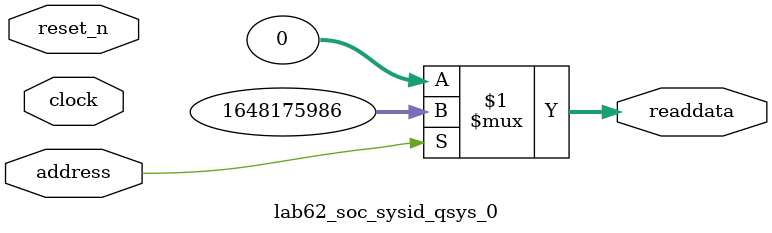
<source format=v>



// synthesis translate_off
`timescale 1ns / 1ps
// synthesis translate_on

// turn off superfluous verilog processor warnings 
// altera message_level Level1 
// altera message_off 10034 10035 10036 10037 10230 10240 10030 

module lab62_soc_sysid_qsys_0 (
               // inputs:
                address,
                clock,
                reset_n,

               // outputs:
                readdata
             )
;

  output  [ 31: 0] readdata;
  input            address;
  input            clock;
  input            reset_n;

  wire    [ 31: 0] readdata;
  //control_slave, which is an e_avalon_slave
  assign readdata = address ? 1648175986 : 0;

endmodule



</source>
